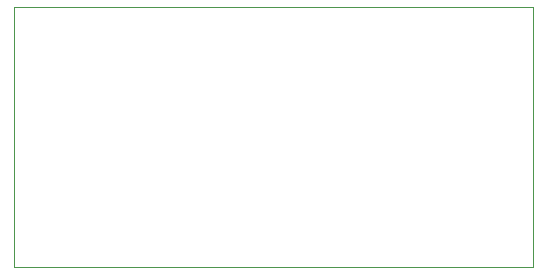
<source format=gbr>
G04 #@! TF.GenerationSoftware,KiCad,Pcbnew,(6.0.7)*
G04 #@! TF.CreationDate,2022-08-24T05:43:28-04:00*
G04 #@! TF.ProjectId,control temperatura,636f6e74-726f-46c2-9074-656d70657261,rev?*
G04 #@! TF.SameCoordinates,Original*
G04 #@! TF.FileFunction,Profile,NP*
%FSLAX46Y46*%
G04 Gerber Fmt 4.6, Leading zero omitted, Abs format (unit mm)*
G04 Created by KiCad (PCBNEW (6.0.7)) date 2022-08-24 05:43:28*
%MOMM*%
%LPD*%
G01*
G04 APERTURE LIST*
G04 #@! TA.AperFunction,Profile*
%ADD10C,0.100000*%
G04 #@! TD*
G04 APERTURE END LIST*
D10*
X113000000Y-75000000D02*
X113000000Y-53000000D01*
X113000000Y-53000000D02*
X157000000Y-53000000D01*
X157000000Y-75000000D02*
X113000000Y-75000000D01*
X157000000Y-53000000D02*
X157000000Y-75000000D01*
M02*

</source>
